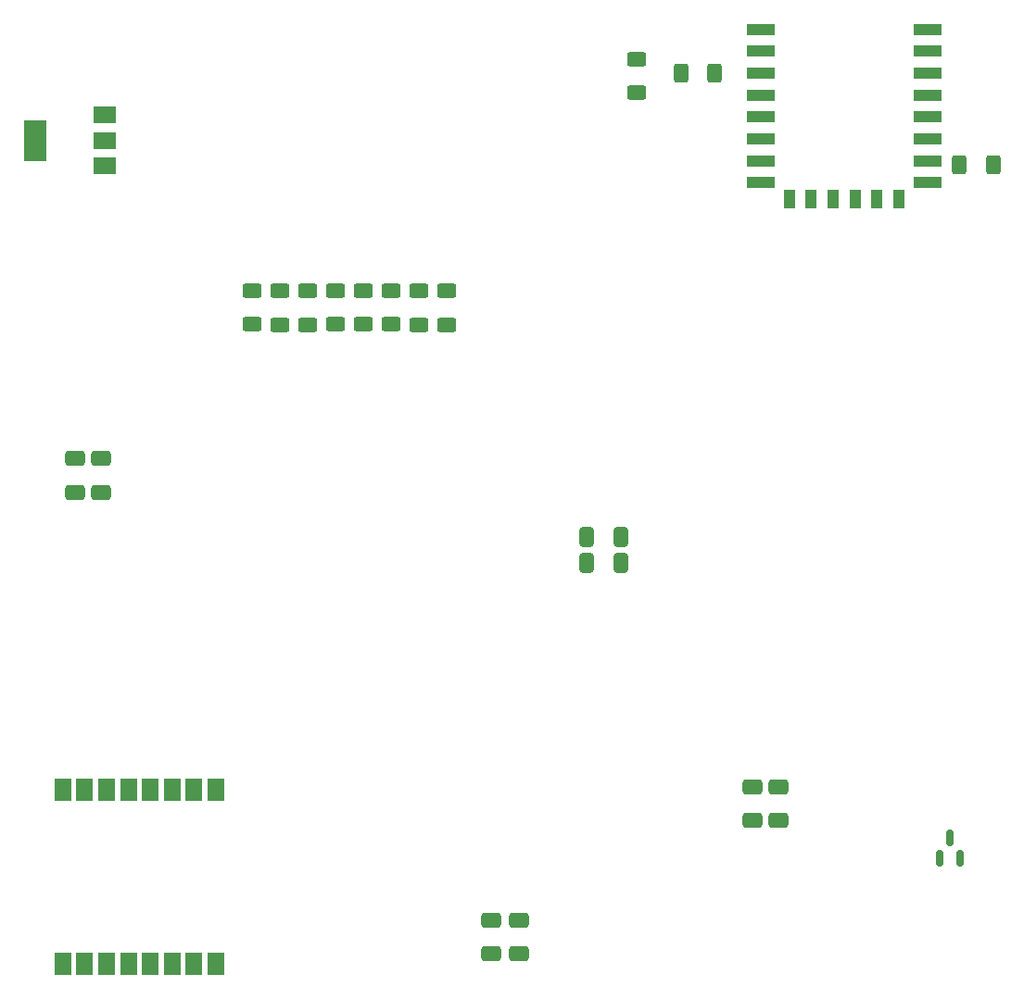
<source format=gbr>
%TF.GenerationSoftware,KiCad,Pcbnew,7.0.10*%
%TF.CreationDate,2024-02-21T03:28:03-08:00*%
%TF.ProjectId,b1,62312e6b-6963-4616-945f-706362585858,1*%
%TF.SameCoordinates,Original*%
%TF.FileFunction,Paste,Top*%
%TF.FilePolarity,Positive*%
%FSLAX46Y46*%
G04 Gerber Fmt 4.6, Leading zero omitted, Abs format (unit mm)*
G04 Created by KiCad (PCBNEW 7.0.10) date 2024-02-21 03:28:03*
%MOMM*%
%LPD*%
G01*
G04 APERTURE LIST*
G04 Aperture macros list*
%AMRoundRect*
0 Rectangle with rounded corners*
0 $1 Rounding radius*
0 $2 $3 $4 $5 $6 $7 $8 $9 X,Y pos of 4 corners*
0 Add a 4 corners polygon primitive as box body*
4,1,4,$2,$3,$4,$5,$6,$7,$8,$9,$2,$3,0*
0 Add four circle primitives for the rounded corners*
1,1,$1+$1,$2,$3*
1,1,$1+$1,$4,$5*
1,1,$1+$1,$6,$7*
1,1,$1+$1,$8,$9*
0 Add four rect primitives between the rounded corners*
20,1,$1+$1,$2,$3,$4,$5,0*
20,1,$1+$1,$4,$5,$6,$7,0*
20,1,$1+$1,$6,$7,$8,$9,0*
20,1,$1+$1,$8,$9,$2,$3,0*%
G04 Aperture macros list end*
%ADD10R,2.000000X1.500000*%
%ADD11R,2.000000X3.800000*%
%ADD12R,1.500000X2.000000*%
%ADD13R,2.500000X1.000000*%
%ADD14R,1.000000X1.800000*%
%ADD15RoundRect,0.250000X-0.625000X0.400000X-0.625000X-0.400000X0.625000X-0.400000X0.625000X0.400000X0*%
%ADD16RoundRect,0.250000X-0.400000X-0.625000X0.400000X-0.625000X0.400000X0.625000X-0.400000X0.625000X0*%
%ADD17RoundRect,0.150000X0.150000X-0.587500X0.150000X0.587500X-0.150000X0.587500X-0.150000X-0.587500X0*%
%ADD18RoundRect,0.250000X-0.650000X0.412500X-0.650000X-0.412500X0.650000X-0.412500X0.650000X0.412500X0*%
%ADD19RoundRect,0.250000X-0.412500X-0.650000X0.412500X-0.650000X0.412500X0.650000X-0.412500X0.650000X0*%
G04 APERTURE END LIST*
D10*
%TO.C,U2*%
X103988000Y-61170600D03*
X103988000Y-63470600D03*
D11*
X97688000Y-63470600D03*
D10*
X103988000Y-65770600D03*
%TD*%
D12*
%TO.C,U7*%
X100188000Y-122810000D03*
X102188000Y-122810000D03*
X104188000Y-122810000D03*
X106188000Y-122810000D03*
X108188000Y-122810000D03*
X110188000Y-122810000D03*
X112188000Y-122810000D03*
X114188000Y-122810000D03*
X114188000Y-138810000D03*
X112188000Y-138810000D03*
X110188000Y-138810000D03*
X108188000Y-138810000D03*
X106188000Y-138810000D03*
X104188000Y-138810000D03*
X102188000Y-138810000D03*
X100188000Y-138810000D03*
%TD*%
D13*
%TO.C,U3*%
X163977000Y-53327000D03*
X163977000Y-55327000D03*
X163977000Y-57327000D03*
X163977000Y-59327000D03*
X163977000Y-61327000D03*
X163977000Y-63327000D03*
X163977000Y-65327000D03*
X163977000Y-67327000D03*
D14*
X166577000Y-68827000D03*
X168577000Y-68827000D03*
X170577000Y-68827000D03*
X172577000Y-68827000D03*
X174577000Y-68827000D03*
X176577000Y-68827000D03*
D13*
X179177000Y-67327000D03*
X179177000Y-65327000D03*
X179177000Y-63327000D03*
X179177000Y-61327000D03*
X179177000Y-59327000D03*
X179177000Y-57327000D03*
X179177000Y-55327000D03*
X179177000Y-53327000D03*
%TD*%
D15*
%TO.C,R13*%
X117511000Y-77190000D03*
X117511000Y-80290000D03*
%TD*%
%TO.C,R12*%
X120015000Y-77216000D03*
X120015000Y-80316000D03*
%TD*%
%TO.C,R11*%
X122555000Y-77216000D03*
X122555000Y-80316000D03*
%TD*%
%TO.C,R10*%
X125095000Y-77190000D03*
X125095000Y-80290000D03*
%TD*%
%TO.C,R9*%
X127635000Y-77190000D03*
X127635000Y-80290000D03*
%TD*%
%TO.C,R8*%
X130175000Y-77190000D03*
X130175000Y-80290000D03*
%TD*%
%TO.C,R7*%
X132715000Y-77216000D03*
X132715000Y-80316000D03*
%TD*%
%TO.C,R6*%
X135255000Y-77216000D03*
X135255000Y-80316000D03*
%TD*%
D16*
%TO.C,R4*%
X156666000Y-57277000D03*
X159766000Y-57277000D03*
%TD*%
%TO.C,R2*%
X182092000Y-65659000D03*
X185192000Y-65659000D03*
%TD*%
D15*
%TO.C,R1*%
X152654000Y-56007000D03*
X152654000Y-59107000D03*
%TD*%
D17*
%TO.C,Q1*%
X180279000Y-129129000D03*
X182179000Y-129129000D03*
X181229000Y-127254000D03*
%TD*%
D18*
%TO.C,C33*%
X139319000Y-134747000D03*
X139319000Y-137872000D03*
%TD*%
%TO.C,C32*%
X141859000Y-134747000D03*
X141859000Y-137872000D03*
%TD*%
%TO.C,C24*%
X163195000Y-122555000D03*
X163195000Y-125680000D03*
%TD*%
%TO.C,C23*%
X165608000Y-122555000D03*
X165608000Y-125680000D03*
%TD*%
%TO.C,C20*%
X103721500Y-92573000D03*
X103721500Y-95698000D03*
%TD*%
%TO.C,C19*%
X101308500Y-95698000D03*
X101308500Y-92573000D03*
%TD*%
D19*
%TO.C,C16*%
X148082000Y-99695000D03*
X151207000Y-99695000D03*
%TD*%
%TO.C,C15*%
X148082000Y-102108000D03*
X151207000Y-102108000D03*
%TD*%
M02*

</source>
